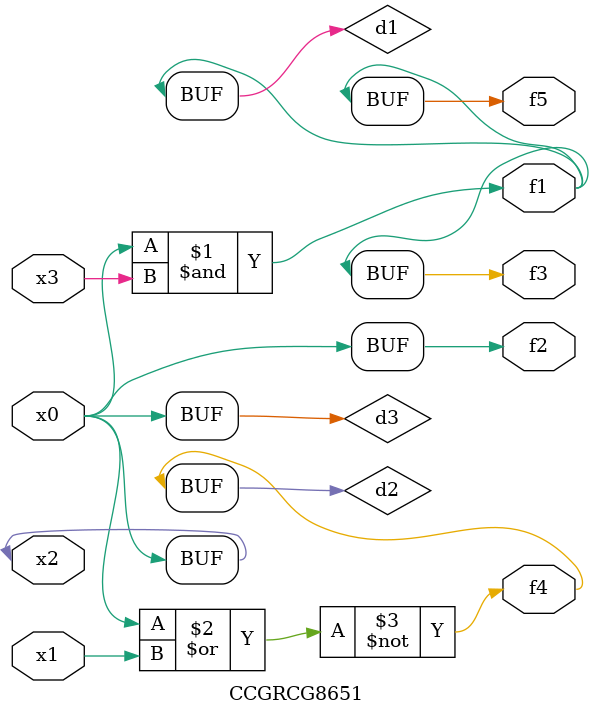
<source format=v>
module CCGRCG8651(
	input x0, x1, x2, x3,
	output f1, f2, f3, f4, f5
);

	wire d1, d2, d3;

	and (d1, x2, x3);
	nor (d2, x0, x1);
	buf (d3, x0, x2);
	assign f1 = d1;
	assign f2 = d3;
	assign f3 = d1;
	assign f4 = d2;
	assign f5 = d1;
endmodule

</source>
